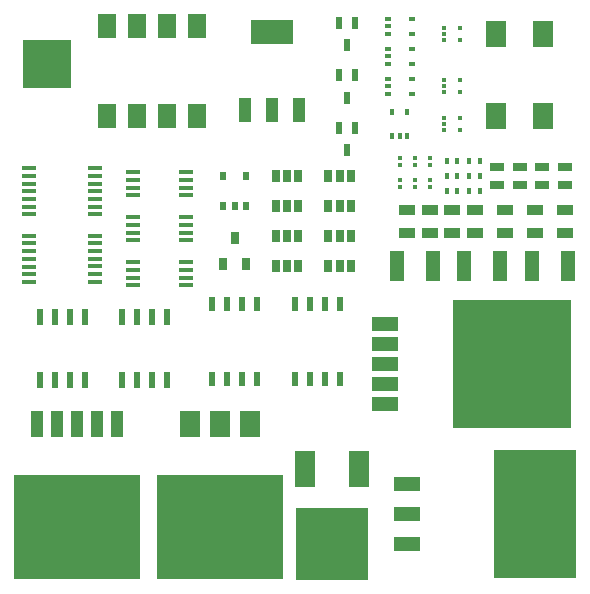
<source format=gts>
G04 (created by PCBNEW (2013-07-07 BZR 4022)-stable) date 2/4/2014 11:59:03 PM*
%MOIN*%
G04 Gerber Fmt 3.4, Leading zero omitted, Abs format*
%FSLAX34Y34*%
G01*
G70*
G90*
G04 APERTURE LIST*
%ADD10C,0.00590551*%
%ADD11R,0.16X0.16*%
%ADD12R,0.06X0.08*%
%ADD13R,0.0709X0.0866*%
%ADD14R,0.065X0.12*%
%ADD15R,0.24X0.24*%
%ADD16R,0.042X0.09*%
%ADD17R,0.42X0.35*%
%ADD18R,0.07X0.09*%
%ADD19R,0.015748X0.011811*%
%ADD20R,0.0157X0.0236*%
%ADD21R,0.045X0.025*%
%ADD22R,0.055X0.035*%
%ADD23R,0.05X0.1*%
%ADD24R,0.0236X0.0551*%
%ADD25R,0.02X0.045*%
%ADD26R,0.0315X0.0394*%
%ADD27R,0.02X0.03*%
%ADD28R,0.0276X0.0394*%
%ADD29R,0.144X0.08*%
%ADD30R,0.04X0.08*%
%ADD31R,0.0236X0.0394*%
%ADD32R,0.02X0.012*%
%ADD33R,0.0177X0.0118*%
%ADD34R,0.05X0.016*%
%ADD35R,0.0512X0.0118*%
%ADD36R,0.09X0.045*%
%ADD37R,0.2755X0.4252*%
%ADD38R,0.3937X0.4252*%
%ADD39R,0.012X0.02*%
G04 APERTURE END LIST*
G54D10*
G54D11*
X63000Y-40000D03*
G54D12*
X65000Y-41750D03*
X66000Y-41750D03*
X67000Y-41750D03*
X68000Y-41750D03*
X68000Y-38750D03*
X67000Y-38750D03*
X66000Y-38750D03*
X65000Y-38750D03*
G54D13*
X79540Y-39000D03*
X77960Y-39000D03*
G54D14*
X73400Y-53500D03*
G54D15*
X72500Y-56000D03*
G54D14*
X71600Y-53500D03*
G54D16*
X65340Y-52000D03*
G54D17*
X64000Y-55450D03*
G54D16*
X64000Y-52000D03*
X64670Y-52000D03*
X63330Y-52000D03*
X62660Y-52000D03*
G54D17*
X68750Y-55450D03*
G54D18*
X68750Y-52000D03*
X69750Y-52000D03*
X67750Y-52000D03*
G54D19*
X74750Y-44118D03*
X74750Y-43881D03*
G54D20*
X77427Y-44250D03*
X77073Y-44250D03*
G54D21*
X80250Y-44050D03*
X80250Y-43450D03*
G54D22*
X80250Y-45625D03*
X80250Y-44875D03*
G54D23*
X79150Y-46750D03*
X80350Y-46750D03*
G54D24*
X62750Y-48450D03*
X62750Y-50550D03*
X63250Y-48450D03*
X63750Y-48450D03*
X64250Y-48450D03*
X63250Y-50550D03*
X63750Y-50550D03*
X64250Y-50550D03*
G54D25*
X68500Y-48000D03*
X69000Y-48000D03*
X69500Y-48000D03*
X70000Y-48000D03*
X70000Y-50500D03*
X69500Y-50500D03*
X69000Y-50500D03*
X68500Y-50500D03*
G54D26*
X69250Y-45817D03*
X69625Y-46683D03*
X68875Y-46683D03*
G54D27*
X68875Y-44750D03*
X69625Y-44750D03*
X68875Y-43750D03*
X69250Y-44750D03*
X69625Y-43750D03*
G54D28*
X70625Y-43750D03*
X71000Y-43750D03*
X71375Y-43750D03*
X71375Y-44750D03*
X71000Y-44750D03*
X70625Y-44750D03*
G54D29*
X70500Y-38950D03*
G54D30*
X70500Y-41550D03*
X71400Y-41550D03*
X69600Y-41550D03*
G54D31*
X72744Y-38626D03*
X73256Y-38626D03*
X73000Y-39374D03*
G54D32*
X74350Y-38500D03*
X74350Y-39000D03*
X75150Y-38500D03*
X74350Y-38750D03*
X75150Y-39000D03*
G54D33*
X76224Y-38803D03*
X76224Y-39197D03*
X76776Y-38803D03*
X76224Y-39000D03*
X76776Y-39197D03*
G54D34*
X65875Y-46615D03*
X65875Y-46870D03*
X65875Y-47130D03*
X65875Y-47385D03*
X67625Y-47385D03*
X67625Y-47130D03*
X67625Y-46870D03*
X67625Y-46615D03*
G54D35*
X64600Y-47260D03*
X64600Y-47010D03*
X64600Y-46750D03*
X64600Y-46500D03*
X64600Y-46240D03*
X64600Y-45985D03*
X64600Y-45730D03*
X62400Y-45730D03*
X62400Y-45985D03*
X62400Y-46240D03*
X62400Y-46500D03*
X62400Y-46755D03*
X62400Y-47010D03*
X62400Y-47265D03*
G54D36*
X75000Y-54000D03*
G54D37*
X79250Y-55000D03*
G54D36*
X75000Y-56000D03*
X75000Y-55000D03*
X74250Y-49331D03*
G54D38*
X78500Y-50000D03*
G54D36*
X74250Y-50669D03*
X74250Y-50000D03*
X74250Y-48661D03*
X74250Y-51339D03*
G54D23*
X76900Y-46750D03*
X78100Y-46750D03*
X74650Y-46750D03*
X75850Y-46750D03*
G54D22*
X79250Y-45625D03*
X79250Y-44875D03*
X78250Y-45625D03*
X78250Y-44875D03*
X77250Y-45625D03*
X77250Y-44875D03*
X76500Y-45625D03*
X76500Y-44875D03*
X75750Y-45625D03*
X75750Y-44875D03*
X75000Y-45625D03*
X75000Y-44875D03*
G54D21*
X79500Y-44050D03*
X79500Y-43450D03*
X78750Y-44050D03*
X78750Y-43450D03*
X78000Y-44050D03*
X78000Y-43450D03*
G54D20*
X77073Y-43750D03*
X77427Y-43750D03*
X77073Y-43250D03*
X77427Y-43250D03*
X76323Y-44250D03*
X76677Y-44250D03*
X76323Y-43750D03*
X76677Y-43750D03*
X76323Y-43250D03*
X76677Y-43250D03*
G54D19*
X75250Y-44118D03*
X75250Y-43881D03*
X75750Y-44118D03*
X75750Y-43881D03*
X74750Y-43368D03*
X74750Y-43131D03*
X75250Y-43368D03*
X75250Y-43131D03*
X75750Y-43368D03*
X75750Y-43131D03*
G54D24*
X65500Y-48450D03*
X65500Y-50550D03*
X66000Y-48450D03*
X66500Y-48450D03*
X67000Y-48450D03*
X66000Y-50550D03*
X66500Y-50550D03*
X67000Y-50550D03*
G54D25*
X71250Y-48000D03*
X71750Y-48000D03*
X72250Y-48000D03*
X72750Y-48000D03*
X72750Y-50500D03*
X72250Y-50500D03*
X71750Y-50500D03*
X71250Y-50500D03*
G54D35*
X64600Y-45010D03*
X64600Y-44760D03*
X64600Y-44500D03*
X64600Y-44250D03*
X64600Y-43990D03*
X64600Y-43735D03*
X64600Y-43480D03*
X62400Y-43480D03*
X62400Y-43735D03*
X62400Y-43990D03*
X62400Y-44250D03*
X62400Y-44505D03*
X62400Y-44760D03*
X62400Y-45015D03*
G54D34*
X67625Y-45885D03*
X67625Y-45630D03*
X67625Y-45370D03*
X67625Y-45115D03*
X65875Y-45115D03*
X65875Y-45370D03*
X65875Y-45630D03*
X65875Y-45885D03*
X67625Y-44385D03*
X67625Y-44130D03*
X67625Y-43870D03*
X67625Y-43615D03*
X65875Y-43615D03*
X65875Y-43870D03*
X65875Y-44130D03*
X65875Y-44385D03*
G54D28*
X70625Y-45750D03*
X71000Y-45750D03*
X71375Y-45750D03*
X71375Y-46750D03*
X71000Y-46750D03*
X70625Y-46750D03*
X72375Y-45750D03*
X72750Y-45750D03*
X73125Y-45750D03*
X73125Y-46750D03*
X72750Y-46750D03*
X72375Y-46750D03*
X72375Y-43750D03*
X72750Y-43750D03*
X73125Y-43750D03*
X73125Y-44750D03*
X72750Y-44750D03*
X72375Y-44750D03*
G54D13*
X79540Y-41750D03*
X77960Y-41750D03*
G54D31*
X72744Y-40376D03*
X73256Y-40376D03*
X73000Y-41124D03*
X72744Y-42126D03*
X73256Y-42126D03*
X73000Y-42874D03*
G54D32*
X74350Y-39500D03*
X74350Y-40000D03*
X75150Y-39500D03*
X74350Y-39750D03*
X75150Y-40000D03*
X74350Y-40500D03*
X74350Y-41000D03*
X75150Y-40500D03*
X74350Y-40750D03*
X75150Y-41000D03*
G54D39*
X74500Y-42400D03*
X75000Y-42400D03*
X74500Y-41600D03*
X74750Y-42400D03*
X75000Y-41600D03*
G54D33*
X76224Y-40553D03*
X76224Y-40947D03*
X76776Y-40553D03*
X76224Y-40750D03*
X76776Y-40947D03*
X76224Y-41803D03*
X76224Y-42197D03*
X76776Y-41803D03*
X76224Y-42000D03*
X76776Y-42197D03*
M02*

</source>
